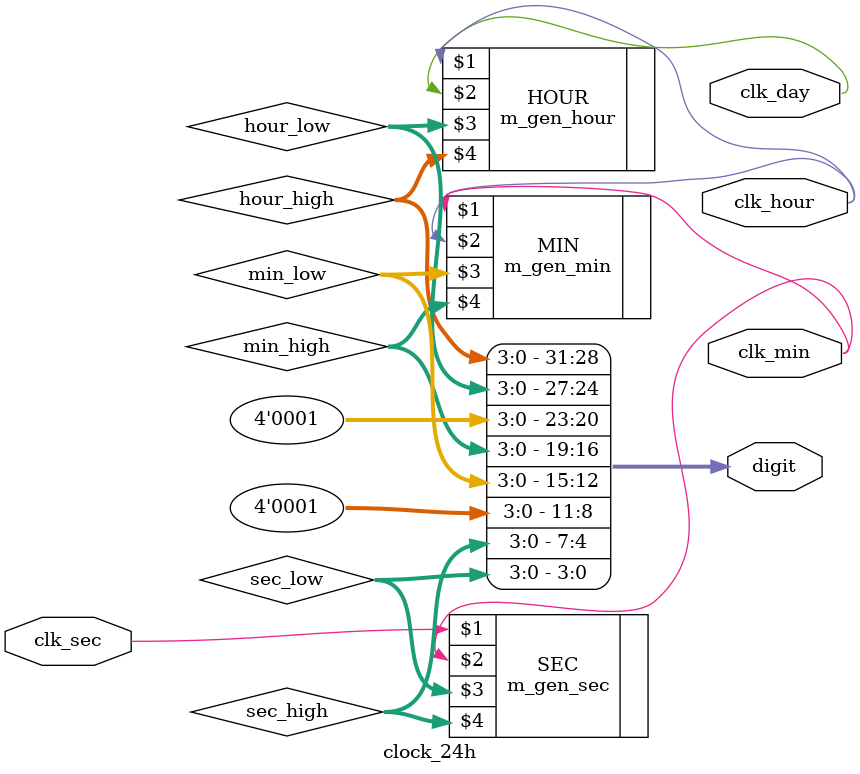
<source format=v>
`timescale 1ns / 1ps
module clock_24h(clk_sec,digit,clk_min,clk_hour,clk_day);  //Éú³ÉÊ±ÖÓ
input    clk_sec;
output   [31:0] digit;
output   clk_min,clk_hour,clk_day;
wire     [3:0]  sec_low,sec_high,min_low,min_high,hour_low,hour_high;

m_gen_sec SEC(clk_sec,clk_min,sec_low,sec_high);
m_gen_min MIN (clk_min, clk_hour, min_low, min_high);
m_gen_hour HOUR(clk_hour, clk_day, hour_low, hour_high);
assign digit[31:28] = hour_high[3:0] ;
assign digit[27:24] = hour_low[3:0] ;
assign digit[23:20]  = 4'b0001;
assign digit[19:16] = min_high[3:0] ;
assign digit[15:12]  = min_low[3:0] ;
assign digit[11:8]  = 4'b0001 ;
assign digit[7:4]   = sec_high[3:0];
assign digit[3:0]   = sec_low[3:0];
endmodule

</source>
